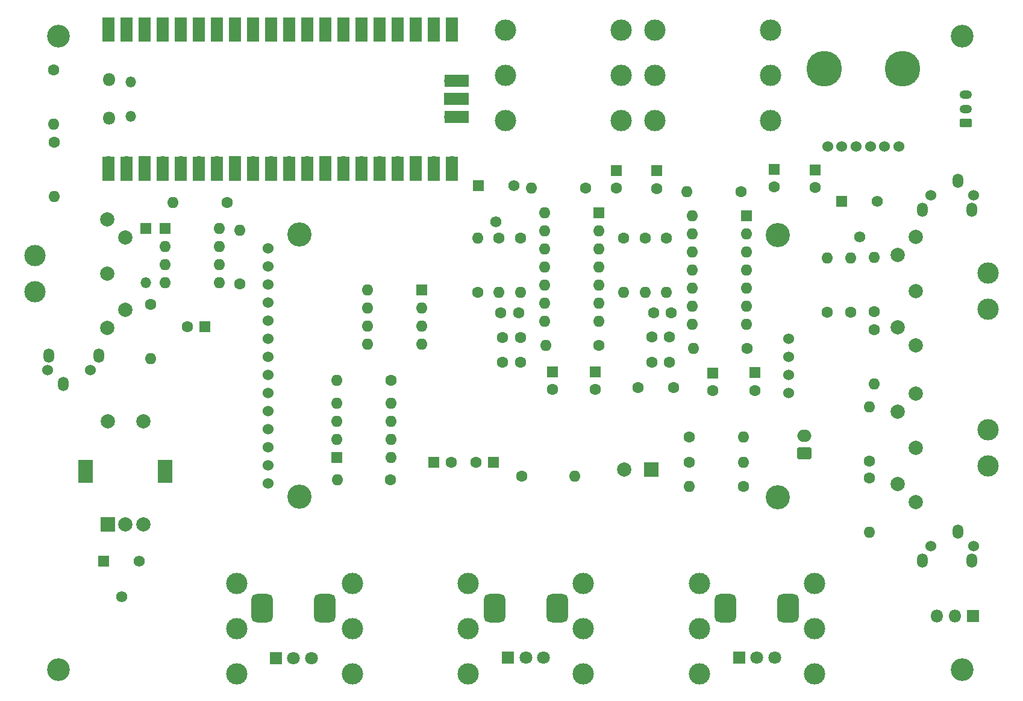
<source format=gts>
G04 #@! TF.GenerationSoftware,KiCad,Pcbnew,6.0.11+dfsg-1~bpo11+1*
G04 #@! TF.CreationDate,2023-11-13T20:16:46+01:00*
G04 #@! TF.ProjectId,v1_1,76315f31-2e6b-4696-9361-645f70636258,rev?*
G04 #@! TF.SameCoordinates,Original*
G04 #@! TF.FileFunction,Soldermask,Top*
G04 #@! TF.FilePolarity,Negative*
%FSLAX46Y46*%
G04 Gerber Fmt 4.6, Leading zero omitted, Abs format (unit mm)*
G04 Created by KiCad (PCBNEW 6.0.11+dfsg-1~bpo11+1) date 2023-11-13 20:16:46*
%MOMM*%
%LPD*%
G01*
G04 APERTURE LIST*
G04 Aperture macros list*
%AMRoundRect*
0 Rectangle with rounded corners*
0 $1 Rounding radius*
0 $2 $3 $4 $5 $6 $7 $8 $9 X,Y pos of 4 corners*
0 Add a 4 corners polygon primitive as box body*
4,1,4,$2,$3,$4,$5,$6,$7,$8,$9,$2,$3,0*
0 Add four circle primitives for the rounded corners*
1,1,$1+$1,$2,$3*
1,1,$1+$1,$4,$5*
1,1,$1+$1,$6,$7*
1,1,$1+$1,$8,$9*
0 Add four rect primitives between the rounded corners*
20,1,$1+$1,$2,$3,$4,$5,0*
20,1,$1+$1,$4,$5,$6,$7,0*
20,1,$1+$1,$6,$7,$8,$9,0*
20,1,$1+$1,$8,$9,$2,$3,0*%
G04 Aperture macros list end*
%ADD10R,1.800000X1.800000*%
%ADD11C,1.800000*%
%ADD12RoundRect,0.750000X0.750000X-1.250000X0.750000X1.250000X-0.750000X1.250000X-0.750000X-1.250000X0*%
%ADD13C,1.600000*%
%ADD14O,1.600000X1.600000*%
%ADD15C,3.200000*%
%ADD16RoundRect,0.250000X0.625000X-0.350000X0.625000X0.350000X-0.625000X0.350000X-0.625000X-0.350000X0*%
%ADD17O,1.750000X1.200000*%
%ADD18R,1.560000X1.560000*%
%ADD19C,1.560000*%
%ADD20R,1.500000X1.500000*%
%ADD21O,1.500000X1.500000*%
%ADD22O,1.800000X1.800000*%
%ADD23R,1.700000X3.500000*%
%ADD24O,1.700000X1.700000*%
%ADD25R,1.700000X1.700000*%
%ADD26R,3.500000X1.700000*%
%ADD27C,1.524000*%
%ADD28C,5.000000*%
%ADD29R,1.600000X1.600000*%
%ADD30C,3.400000*%
%ADD31R,2.000000X2.000000*%
%ADD32C,2.000000*%
%ADD33R,2.000000X3.200000*%
%ADD34O,1.500000X2.000000*%
%ADD35C,3.000000*%
%ADD36RoundRect,0.250000X0.750000X-0.600000X0.750000X0.600000X-0.750000X0.600000X-0.750000X-0.600000X0*%
%ADD37O,2.000000X1.700000*%
G04 APERTURE END LIST*
D10*
X164740000Y-132975000D03*
D11*
X167240000Y-132975000D03*
X169740000Y-132975000D03*
D12*
X171640000Y-125975000D03*
X162840000Y-125975000D03*
D13*
X127070000Y-80450000D03*
D14*
X127070000Y-72950000D03*
D15*
X228600000Y-45620000D03*
X101600000Y-134620000D03*
D16*
X229066000Y-57880000D03*
D17*
X229066000Y-55880000D03*
X229066000Y-53880000D03*
D13*
X100965000Y-60553600D03*
D14*
X100965000Y-68173600D03*
D18*
X160568000Y-66695600D03*
D19*
X163068000Y-71695600D03*
X165568000Y-66695600D03*
D18*
X107950000Y-119380000D03*
D19*
X110450000Y-124380000D03*
X112950000Y-119380000D03*
D18*
X211647400Y-68829200D03*
D19*
X214147400Y-73829200D03*
X216647400Y-68829200D03*
D20*
X113870000Y-72685000D03*
D21*
X113870000Y-80305000D03*
D22*
X225044000Y-127133000D03*
X227584000Y-127133000D03*
D10*
X230124000Y-127133000D03*
D15*
X228600000Y-134620000D03*
D13*
X114554000Y-83312000D03*
D14*
X114554000Y-90932000D03*
D15*
X101600000Y-45620000D03*
D10*
X197235000Y-132975000D03*
D11*
X199735000Y-132975000D03*
X202235000Y-132975000D03*
D12*
X204135000Y-125975000D03*
X195335000Y-125975000D03*
D22*
X108724000Y-57208000D03*
D21*
X111754000Y-56908000D03*
X111754000Y-52058000D03*
D22*
X108724000Y-51758000D03*
D23*
X108594000Y-64273000D03*
D24*
X108594000Y-63373000D03*
D23*
X111134000Y-64273000D03*
D24*
X111134000Y-63373000D03*
D25*
X113674000Y-63373000D03*
D23*
X113674000Y-64273000D03*
X116214000Y-64273000D03*
D24*
X116214000Y-63373000D03*
X118754000Y-63373000D03*
D23*
X118754000Y-64273000D03*
D24*
X121294000Y-63373000D03*
D23*
X121294000Y-64273000D03*
X123834000Y-64273000D03*
D24*
X123834000Y-63373000D03*
D23*
X126374000Y-64273000D03*
D25*
X126374000Y-63373000D03*
D24*
X128914000Y-63373000D03*
D23*
X128914000Y-64273000D03*
X131454000Y-64273000D03*
D24*
X131454000Y-63373000D03*
D23*
X133994000Y-64273000D03*
D24*
X133994000Y-63373000D03*
X136534000Y-63373000D03*
D23*
X136534000Y-64273000D03*
X139074000Y-64273000D03*
D25*
X139074000Y-63373000D03*
D23*
X141614000Y-64273000D03*
D24*
X141614000Y-63373000D03*
D23*
X144154000Y-64273000D03*
D24*
X144154000Y-63373000D03*
X146694000Y-63373000D03*
D23*
X146694000Y-64273000D03*
D24*
X149234000Y-63373000D03*
D23*
X149234000Y-64273000D03*
D25*
X151774000Y-63373000D03*
D23*
X151774000Y-64273000D03*
D24*
X154314000Y-63373000D03*
D23*
X154314000Y-64273000D03*
D24*
X156854000Y-63373000D03*
D23*
X156854000Y-64273000D03*
X156854000Y-44693000D03*
D24*
X156854000Y-45593000D03*
X154314000Y-45593000D03*
D23*
X154314000Y-44693000D03*
D25*
X151774000Y-45593000D03*
D23*
X151774000Y-44693000D03*
X149234000Y-44693000D03*
D24*
X149234000Y-45593000D03*
D23*
X146694000Y-44693000D03*
D24*
X146694000Y-45593000D03*
X144154000Y-45593000D03*
D23*
X144154000Y-44693000D03*
D24*
X141614000Y-45593000D03*
D23*
X141614000Y-44693000D03*
D25*
X139074000Y-45593000D03*
D23*
X139074000Y-44693000D03*
X136534000Y-44693000D03*
D24*
X136534000Y-45593000D03*
D23*
X133994000Y-44693000D03*
D24*
X133994000Y-45593000D03*
D23*
X131454000Y-44693000D03*
D24*
X131454000Y-45593000D03*
D23*
X128914000Y-44693000D03*
D24*
X128914000Y-45593000D03*
D25*
X126374000Y-45593000D03*
D23*
X126374000Y-44693000D03*
X123834000Y-44693000D03*
D24*
X123834000Y-45593000D03*
D23*
X121294000Y-44693000D03*
D24*
X121294000Y-45593000D03*
D23*
X118754000Y-44693000D03*
D24*
X118754000Y-45593000D03*
X116214000Y-45593000D03*
D23*
X116214000Y-44693000D03*
X113674000Y-44693000D03*
D25*
X113674000Y-45593000D03*
D24*
X111134000Y-45593000D03*
D23*
X111134000Y-44693000D03*
D24*
X108594000Y-45593000D03*
D23*
X108594000Y-44693000D03*
D26*
X157524000Y-57023000D03*
D24*
X156624000Y-57023000D03*
D25*
X156624000Y-54483000D03*
D26*
X157524000Y-54483000D03*
D24*
X156624000Y-51943000D03*
D26*
X157524000Y-51943000D03*
D27*
X211680800Y-61188600D03*
X209680800Y-61188600D03*
X219680800Y-61188600D03*
X213680800Y-61188600D03*
X215680800Y-61188600D03*
X217680800Y-61188600D03*
D28*
X220180800Y-50188600D03*
X209180800Y-50188600D03*
D13*
X100888800Y-50368200D03*
D14*
X100888800Y-57988200D03*
D29*
X116570000Y-72700000D03*
D14*
X116570000Y-75240000D03*
X116570000Y-77780000D03*
X116570000Y-80320000D03*
X124190000Y-80320000D03*
X124190000Y-77780000D03*
X124190000Y-75240000D03*
X124190000Y-72700000D03*
D30*
X202650000Y-110410000D03*
X135430000Y-73510000D03*
X202650000Y-73610000D03*
X135430000Y-110310000D03*
D27*
X131020000Y-75490000D03*
X131020000Y-78030000D03*
X131020000Y-80570000D03*
X131020000Y-83110000D03*
X131020000Y-85650000D03*
X131020000Y-88190000D03*
X131020000Y-90730000D03*
X131020000Y-93270000D03*
X131020000Y-95810000D03*
X131020000Y-98350000D03*
X131020000Y-100890000D03*
X131020000Y-103430000D03*
X131020000Y-105970000D03*
X131020000Y-108510000D03*
X204150000Y-88190000D03*
X204150000Y-90730000D03*
X204150000Y-93270000D03*
X204150000Y-95810000D03*
D10*
X132120000Y-133000000D03*
D11*
X134620000Y-133000000D03*
X137120000Y-133000000D03*
D12*
X139020000Y-126000000D03*
X130220000Y-126000000D03*
D31*
X108500000Y-114250000D03*
D32*
X113500000Y-114250000D03*
X111000000Y-114250000D03*
D33*
X116600000Y-106750000D03*
X105400000Y-106750000D03*
D32*
X113500000Y-99750000D03*
X108500000Y-99750000D03*
D29*
X152644000Y-81280000D03*
D14*
X152644000Y-83820000D03*
X152644000Y-86360000D03*
X152644000Y-88900000D03*
X145024000Y-88900000D03*
X145024000Y-86360000D03*
X145024000Y-83820000D03*
X145024000Y-81280000D03*
D13*
X177550000Y-89125000D03*
D14*
X170050000Y-89125000D03*
D29*
X177500000Y-70500000D03*
D14*
X177500000Y-73040000D03*
X177500000Y-75580000D03*
X177500000Y-78120000D03*
X177500000Y-80660000D03*
X177500000Y-83200000D03*
X177500000Y-85740000D03*
X169880000Y-85740000D03*
X169880000Y-83200000D03*
X169880000Y-80660000D03*
X169880000Y-78120000D03*
X169880000Y-75580000D03*
X169880000Y-73040000D03*
X169880000Y-70500000D03*
D27*
X230168000Y-68002500D03*
X224168000Y-68002500D03*
D34*
X227968000Y-66002500D03*
X229968000Y-70002500D03*
X222968000Y-70002500D03*
D14*
X174149800Y-107500000D03*
D13*
X166649800Y-107500000D03*
D29*
X162730400Y-105500000D03*
D13*
X160230400Y-105500000D03*
D29*
X179954000Y-64500000D03*
D13*
X179954000Y-67000000D03*
X164000000Y-88000000D03*
X166500000Y-88000000D03*
X166250000Y-84500000D03*
X163750000Y-84500000D03*
D29*
X199430000Y-92923800D03*
D13*
X199430000Y-95423800D03*
D35*
X180615000Y-51125000D03*
X164385000Y-51125000D03*
X180615000Y-44775000D03*
X164385000Y-44775000D03*
X180615000Y-57475000D03*
X164385000Y-57475000D03*
D27*
X224168000Y-117278500D03*
X230168000Y-117278500D03*
D34*
X227968000Y-115278500D03*
X229968000Y-119278500D03*
X222968000Y-119278500D03*
D13*
X166500000Y-91500000D03*
X164000000Y-91500000D03*
D35*
X126620000Y-128850000D03*
X142850000Y-128850000D03*
X126620000Y-135200000D03*
X142850000Y-135200000D03*
X126620000Y-122500000D03*
X142850000Y-122500000D03*
D13*
X190190000Y-105500000D03*
D14*
X197810000Y-105500000D03*
D36*
X206375000Y-104267000D03*
D37*
X206375000Y-101767000D03*
D13*
X184000000Y-74000000D03*
D14*
X184000000Y-81620000D03*
D13*
X125310000Y-69000000D03*
D14*
X117690000Y-69000000D03*
D13*
X216230200Y-84368000D03*
D14*
X216230200Y-76748000D03*
D29*
X202184000Y-64329700D03*
D13*
X202184000Y-66829700D03*
X215500000Y-107690000D03*
D14*
X215500000Y-115310000D03*
D13*
X160500000Y-81620000D03*
D14*
X160500000Y-74000000D03*
D35*
X201615000Y-51125000D03*
X185385000Y-51125000D03*
X201615000Y-44775000D03*
X185385000Y-44775000D03*
X201615000Y-57475000D03*
X185385000Y-57475000D03*
D29*
X140700000Y-104800000D03*
D14*
X140700000Y-102260000D03*
X140700000Y-99720000D03*
X140700000Y-97180000D03*
X148320000Y-97180000D03*
X148320000Y-99720000D03*
X148320000Y-102260000D03*
X148320000Y-104800000D03*
D13*
X197810000Y-108910000D03*
D14*
X190190000Y-108910000D03*
D13*
X163500000Y-74000000D03*
D14*
X163500000Y-81620000D03*
D13*
X187450000Y-91500000D03*
X184950000Y-91500000D03*
D31*
X184870700Y-106500000D03*
D32*
X181070700Y-106500000D03*
D13*
X148250000Y-108000000D03*
D14*
X140750000Y-108000000D03*
D29*
X122161400Y-86500000D03*
D13*
X119661400Y-86500000D03*
D29*
X177000000Y-92794900D03*
D13*
X177000000Y-95294900D03*
D29*
X198300000Y-70875000D03*
D14*
X198300000Y-73415000D03*
X198300000Y-75955000D03*
X198300000Y-78495000D03*
X198300000Y-81035000D03*
X198300000Y-83575000D03*
X198300000Y-86115000D03*
X190680000Y-86115000D03*
X190680000Y-83575000D03*
X190680000Y-81035000D03*
X190680000Y-78495000D03*
X190680000Y-75955000D03*
X190680000Y-73415000D03*
X190680000Y-70875000D03*
D29*
X207889000Y-64444000D03*
D13*
X207889000Y-66944000D03*
X215500000Y-105310000D03*
D14*
X215500000Y-97690000D03*
D29*
X193500000Y-92974400D03*
D13*
X193500000Y-95474400D03*
X197485000Y-67500000D03*
D14*
X189865000Y-67500000D03*
D13*
X184950000Y-87920000D03*
X187450000Y-87920000D03*
X166500000Y-74000000D03*
D14*
X166500000Y-81620000D03*
D13*
X216230200Y-86868000D03*
D14*
X216230200Y-94488000D03*
D13*
X148310000Y-94000000D03*
D14*
X140690000Y-94000000D03*
D29*
X171000000Y-92810700D03*
D13*
X171000000Y-95310700D03*
X188000000Y-95000000D03*
X183000000Y-95000000D03*
X187000000Y-74000000D03*
D14*
X187000000Y-81620000D03*
D32*
X108445000Y-71380000D03*
X108445000Y-79000000D03*
X108445000Y-86620000D03*
X110985000Y-73920000D03*
X110985000Y-84080000D03*
D35*
X98285000Y-76460000D03*
X98285000Y-81540000D03*
D13*
X212928200Y-84429600D03*
D14*
X212928200Y-76809600D03*
D13*
X209618200Y-84429600D03*
D14*
X209618200Y-76809600D03*
D29*
X154294900Y-105500000D03*
D13*
X156794900Y-105500000D03*
D29*
X185674000Y-64575300D03*
D13*
X185674000Y-67075300D03*
D27*
X106032000Y-92525500D03*
X100032000Y-92525500D03*
D34*
X102232000Y-94525500D03*
X100232000Y-90525500D03*
X107232000Y-90525500D03*
D13*
X187700000Y-84500000D03*
X185200000Y-84500000D03*
D32*
X222055000Y-89120000D03*
X222055000Y-81500000D03*
X222055000Y-73880000D03*
X219515000Y-86580000D03*
X219515000Y-76420000D03*
D35*
X232215000Y-78960000D03*
X232215000Y-84040000D03*
X191620000Y-128850000D03*
X207850000Y-128850000D03*
X191620000Y-135200000D03*
X207850000Y-135200000D03*
X191620000Y-122500000D03*
X207850000Y-122500000D03*
D13*
X190190000Y-102000000D03*
D14*
X197810000Y-102000000D03*
D35*
X159120000Y-128850000D03*
X175350000Y-128850000D03*
X159120000Y-135200000D03*
X175350000Y-135200000D03*
X159120000Y-122500000D03*
X175350000Y-122500000D03*
D13*
X181000000Y-74000000D03*
D14*
X181000000Y-81620000D03*
D32*
X222055000Y-111120000D03*
X222055000Y-103500000D03*
X222055000Y-95880000D03*
X219515000Y-108580000D03*
X219515000Y-98420000D03*
D35*
X232215000Y-106040000D03*
X232215000Y-100960000D03*
D13*
X198350000Y-89500000D03*
D14*
X190850000Y-89500000D03*
D13*
X175641000Y-67000000D03*
D14*
X168021000Y-67000000D03*
M02*

</source>
